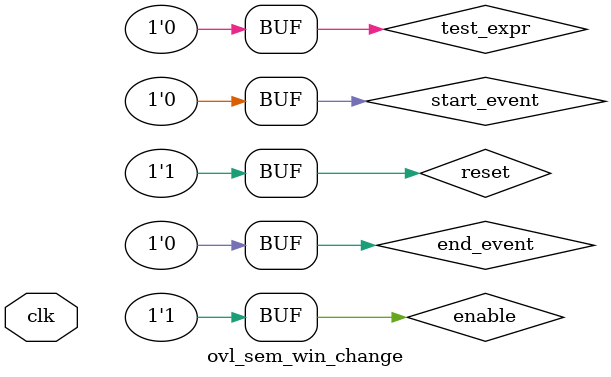
<source format=sv>
module ovl_sem_win_change(input logic clk);
  logic reset = 1'b1;
  logic enable = 1'b1;
`ifdef FAIL
  logic start_event = 1'b1;
  logic end_event = 1'b1;
`else
  logic start_event = 1'b0;
  logic end_event = 1'b0;
`endif
  logic test_expr = 1'b0;

  ovl_win_change #(.width(1)) dut (
      .clock(clk),
      .reset(reset),
      .enable(enable),
      .start_event(start_event),
      .test_expr(test_expr),
      .end_event(end_event),
      .fire());
endmodule

</source>
